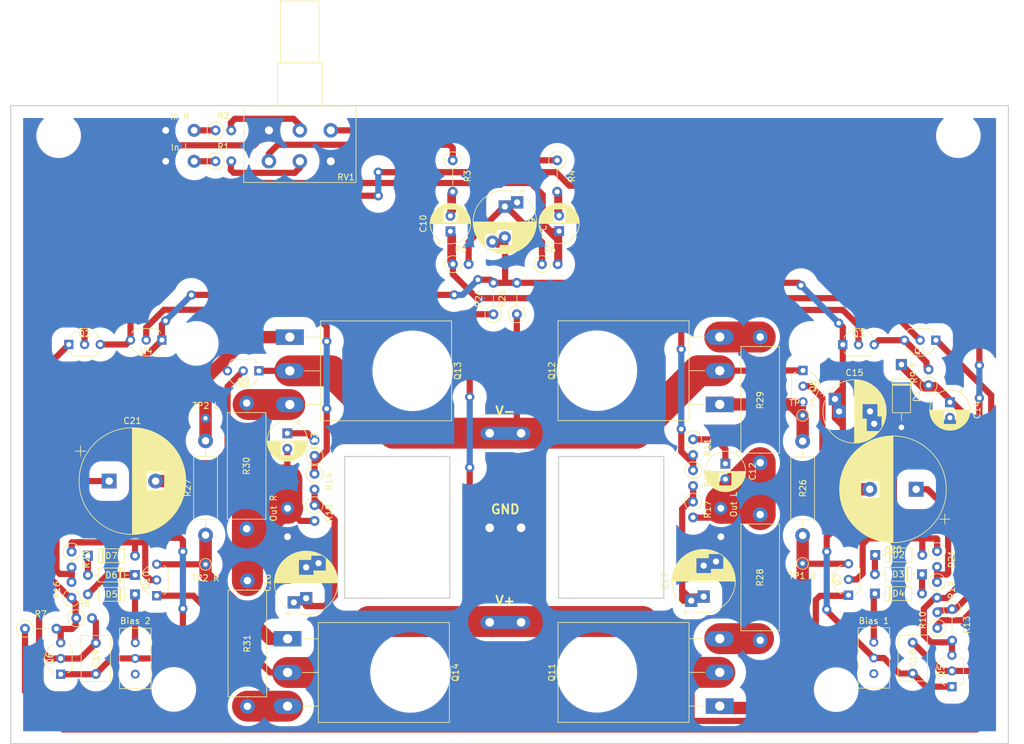
<source format=kicad_pcb>
(kicad_pcb (version 20211014) (generator pcbnew)
  (layers (0 "F.Cu" signal) (31 "B.Cu" signal) (34 "B.Paste" user) (35 "F.Paste" user) (36 "B.SilkS" user "B.Silkscreen") (37 "F.SilkS" user "F.Silkscreen") (38 "B.Mask" user) (39 "F.Mask" user) (44 "Edge.Cuts" user))
  (net 0 "")
  (net 1 "+24V")
  (net 2 "GND")
  (net 3 "-24V")
  (net 4 "Net-(J3-Pad2)")
  (net 5 "Net-(J4-Pad2)")
  (net 6 "Net-(R1-Pad2)")
  (net 7 "Net-(R2-Pad2)")
  (net 8 "Net-(R3-Pad1)")
  (net 9 "In L")
  (net 10 "Net-(R4-Pad1)")
  (net 11 "In R")
  (net 12 "Net-(C9-Pad1)")
  (net 13 "Net-(C10-Pad1)")
  (net 14 "Net-(C11-Pad1)")
  (net 15 "Net-(C11-Pad2)")
  (net 16 "Net-(C12-Pad1)")
  (net 17 "Out L")
  (net 18 "Net-(C13-Pad1)")
  (net 19 "Out R")
  (net 20 "Net-(C14-Pad1)")
  (net 21 "Net-(C16-Pad1)")
  (net 22 "Net-(C17-Pad1)")
  (net 23 "Net-(C18-Pad2)")
  (net 24 "Net-(C19-Pad2)")
  (net 25 "Net-(C20-Pad1)")
  (net 26 "Net-(C21-Pad1)")
  (net 27 "Net-(D2-Pad1)")
  (net 28 "Net-(D2-Pad2)")
  (net 29 "Net-(D3-Pad1)")
  (net 30 "Net-(D4-Pad1)")
  (net 31 "Net-(D5-Pad1)")
  (net 32 "Net-(D5-Pad2)")
  (net 33 "Net-(D6-Pad2)")
  (net 34 "Net-(D7-Pad2)")
  (net 35 "Net-(Q1-Pad3)")
  (net 36 "Net-(Q2-Pad3)")
  (net 37 "Net-(Q3-Pad2)")
  (net 38 "Net-(Q4-Pad2)")
  (net 39 "Net-(Q11-Pad1)")
  (net 40 "Net-(Q12-Pad1)")
  (net 41 "Net-(Q13-Pad1)")
  (net 42 "Net-(Q10-Pad3)")
  (net 43 "Net-(Q11-Pad3)")
  (net 44 "Net-(Q12-Pad3)")
  (net 45 "Net-(Q13-Pad3)")
  (net 46 "Net-(Q14-Pad3)")
  (net 47 "Net-(C18-Pad1)")
  (net 48 "Net-(C19-Pad1)")
  (footprint "Resistor_THT:R_Axial_DIN0207_L6.3mm_D2.5mm_P2.54mm_Vertical" (layer "F.Cu") (at 277.309084 139.25 90)
    (fp_text reference "R9")
    (fp_text value "15K")
  )
  (footprint "Diode_THT:D_DO-35_SOD27_P7.62mm_Horizontal" (layer "F.Cu") (at 141.38845 166.820261)
    (fp_text reference "D7")
    (fp_text value "1N4149")
  )
  (footprint "Connector_Wire:SolderWire-0.5sqmm_1x02_P4.6mm_D0.9mm_OD2.1mm" (layer "F.Cu") (at 153.969511 98.049511)
    (fp_text reference "In R")
    (fp_text value "In R")
  )
  (footprint "Capacitor_THT:CP_Radial_D10.0mm_P5.00mm_P7.50mm" (layer "F.Cu") (at 262.837323 143.49)
    (fp_text reference "C15")
    (fp_text value "220uF/35V")
  )
  (footprint "Resistor_THT:R_Axial_DIN0411_L9.9mm_D3.6mm_P15.24mm_Horizontal" (layer "F.Cu") (at 160.41 163.48 90)
    (fp_text reference "R27")
    (fp_text value "470 3W")
  )
  (footprint "Capacitor_THT:C_Rect_L7.2mm_W4.5mm_P5.00mm_FKS2_FKP2_MKS2_MKP2" (layer "F.Cu") (at 274.75 180.860979 -90)
    (fp_text reference "C18")
    (fp_text value "47pF")
  )
  (footprint "TestPoint:TestPoint_THTPad_D1.5mm_Drill0.7mm" (layer "F.Cu") (at 160.4 168.222917 -90)
    (fp_text reference "TP2 R")
    (fp_text value "TestPoint_THTPad_D1.5mm_Drill0.7mm")
  )
  (footprint "Capacitor_THT:CP_Radial_D6.3mm_P2.50mm" (layer "F.Cu") (at 244.45 151.94 -90)
    (fp_text reference "C12")
    (fp_text value "10uF/35V")
  )
  (footprint "Resistor_THT:R_Axial_DIN0207_L6.3mm_D2.5mm_P2.54mm_Vertical" (layer "F.Cu") (at 278.68 166.09 -90)
    (fp_text reference "R21")
    (fp_text value "2.7K")
  )
  (footprint "Custom Library:Spade Conector 6.3mm TE_1217861" (layer "F.Cu") (at 208.89 177.59)
    (fp_text reference "REF**" hide)
    (fp_text value "Spade Conector 6.3mm TE_1217861" hide)
  )
  (footprint "Resistor_THT:R_Axial_DIN0617_L17.0mm_D6.0mm_P20.32mm_Horizontal" (layer "F.Cu") (at 250.08 180.490979 90)
    (fp_text reference "R28")
    (fp_text value "0.47 3W")
  )
  (footprint "Resistor_THT:R_Axial_DIN0207_L6.3mm_D2.5mm_P5.08mm_Vertical" (layer "F.Cu") (at 200.38 102.896117 -90)
    (fp_text reference "R3")
    (fp_text value "1K")
  )
  (footprint "Capacitor_THT:CP_Radial_D6.3mm_P2.50mm" (layer "F.Cu") (at 280.76 142.007621 -90)
    (fp_text reference "C14")
    (fp_text value "10uF/35V")
  )
  (footprint "Resistor_THT:R_Axial_DIN0207_L6.3mm_D2.5mm_P2.54mm_Vertical" (layer "F.Cu") (at 239.23 148.009852 -90)
    (fp_text reference "R11")
    (fp_text value "82K")
  )
  (footprint "Capacitor_THT:CP_Radial_D6.3mm_P2.50mm" (layer "F.Cu") (at 173.63 147.03 -90)
    (fp_text reference "C13")
    (fp_text value "10uF/35V")
  )
  (footprint "Connector_Wire:SolderWire-0.5sqmm_1x02_P4.6mm_D0.9mm_OD2.1mm" (layer "F.Cu") (at 173.666989 163.75 90)
    (fp_text reference "Out R")
    (fp_text value "Out R")
  )
  (footprint "MountingHole:MountingHole_3.2mm_M3" (layer "F.Cu") (at 158.91163 132.489555)
    (fp_text reference "REF**" hide)
    (fp_text value "MountingHole_3.2mm_M3")
  )
  (footprint "Package_TO_SOT_THT:TO-92_Inline_Wide" (layer "F.Cu") (at 136.992351 185.980261 90)
    (fp_text reference "Q6")
    (fp_text value "BC546")
  )
  (footprint "Potentiometer_THT:Potentiometer_Bourns_3296W_Vertical" (layer "F.Cu") (at 149.045513 180.890261 90)
    (fp_text reference "Bias 2")
    (fp_text value "1508")
  )
  (footprint "Capacitor_THT:CP_Radial_D17.0mm_P7.50mm" (layer "F.Cu") (at 275.3 156.08 180)
    (fp_text reference "C20")
    (fp_text value "47uF/25v")
  )
  (footprint "Resistor_THT:R_Axial_DIN0617_L17.0mm_D6.0mm_P20.32mm_Horizontal" (layer "F.Cu") (at 167.054501 162.458066 90)
    (fp_text reference "R30")
    (fp_text value "0.47 3W")
  )
  (footprint "Resistor_THT:R_Axial_DIN0207_L6.3mm_D2.5mm_P2.54mm_Vertical" (layer "F.Cu") (at 178.03 150.676774 90)
    (fp_text reference "R12")
    (fp_text value "82K")
  )
  (footprint "Capacitor_THT:CP_Radial_D6.3mm_P2.50mm" (layer "F.Cu") (at 217.574059 114.34238 90)
    (fp_text reference "C9")
    (fp_text value "10uF/35V")
  )
  (footprint "Package_TO_SOT_THT:TO-247-3_Horizontal_TabDown" (layer "F.Cu") (at 243.542781 191.130979 90)
    (fp_text reference "Q11")
    (fp_text value "TIP35")
  )
  (footprint "Package_TO_SOT_THT:TO-92_Inline_Wide" (layer "F.Cu") (at 153.35862 131.95026 180)
    (fp_text reference "Q4")
    (fp_text value "BC556")
  )
  (footprint "Diode_THT:D_DO-35_SOD27_P7.62mm_Horizontal" (layer "F.Cu") (at 276.25 169.820979 180)
    (fp_text reference "D3")
    (fp_text value "1N4149")
  )
  (footprint "TestPoint:TestPoint_THTPad_D1.5mm_Drill0.7mm" (layer "F.Cu") (at 256.93 168.065516 -90)
    (fp_text reference "TP1 R")
    (fp_text value "TestPoint_THTPad_D1.5mm_Drill0.7mm")
  )
  (footprint "Resistor_THT:R_Axial_DIN0207_L6.3mm_D2.5mm_P5.08mm_Vertical" (layer "F.Cu") (at 210.74 127.78 90)
    (fp_text reference "R25")
    (fp_text value "82")
  )
  (footprint "Package_TO_SOT_THT:TO-92_Inline_Wide" (layer "F.Cu") (at 264.3625 173.200979 90)
    (fp_text reference "Q7")
    (fp_text value "BC546")
  )
  (footprint "Diode_THT:D_DO-35_SOD27_P7.62mm_Horizontal" (layer "F.Cu") (at 149.00845 173.060261 180)
    (fp_text reference "D5")
    (fp_text value "1N4149")
  )
  (footprint "Package_TO_SOT_THT:TO-92_Inline_Wide" (layer "F.Cu") (at 257 136.87 -90)
    (fp_text reference "Q8")
    (fp_text value "BC556")
  )
  (footprint "Potentiometer_THT:Potentiometer_Alps_RK163_Dual_Horizontal" (layer "F.Cu") (at 180.659511 98.049511 90)
    (fp_text reference "RV1")
    (fp_text value "log 10K")
  )
  (footprint "Resistor_THT:R_Axial_DIN0207_L6.3mm_D2.5mm_P2.54mm_Vertical" (layer "F.Cu") (at 278.715 178.511371 90)
    (fp_text reference "R10")
    (fp_text value "15K")
  )
  (footprint "Resistor_THT:R_Axial_DIN0207_L6.3mm_D2.5mm_P2.54mm_Vertical" (layer "F.Cu") (at 162.025447 103.049511)
    (fp_text reference "R1")
    (fp_text value "3.3K")
  )
  (footprint "Resistor_THT:R_Axial_DIN0207_L6.3mm_D2.5mm_P5.08mm_Vertical" (layer "F.Cu") (at 217.26 102.896117 -90)
    (fp_text reference "R4")
    (fp_text value "1K")
  )
  (footprint "Resistor_THT:R_Axial_DIN0207_L6.3mm_D2.5mm_P2.54mm_Vertical" (layer "F.Cu") (at 138.76 166.165 -90)
    (fp_text reference "R20")
    (fp_text value "2.7K")
  )
  (footprint "Connector_Wire:SolderWire-0.5sqmm_1x02_P4.6mm_D0.9mm_OD2.1mm" (layer "F.Cu") (at 153.969511 103.049511)
    (fp_text reference "In L")
    (fp_text value "In L")
  )
  (footprint "Capacitor_THT:C_Rect_L7.2mm_W4.5mm_P5.00mm_FKS2_FKP2_MKS2_MKP2" (layer "F.Cu") (at 142.673932 180.940261 -90)
    (fp_text reference "C19")
    (fp_text value "47pF")
  )
  (footprint "Diode_THT:D_DO-35_SOD27_P7.62mm_Horizontal" (layer "F.Cu") (at 268.6725 166.700979)
    (fp_text reference "D2")
    (fp_text value "1N4149")
  )
  (footprint "Resistor_THT:R_Axial_DIN0207_L6.3mm_D2.5mm_P2.54mm_Vertical" (layer "F.Cu") (at 214.805 119.68)
    (fp_text reference "R6")
    (fp_text value "56K")
  )
  (footprint "Resistor_THT:R_Axial_DIN0411_L9.9mm_D3.6mm_P15.24mm_Horizontal" (layer "F.Cu") (at 256.95 163.55 90)
    (fp_text reference "R26")
    (fp_text value "470 3W")
  )
  (footprint "Package_TO_SOT_THT:TO-247-3_Horizontal_TabDown" (layer "F.Cu") (at 174.037095 131.479033 -90)
    (fp_text reference "Q13")
    (fp_text value "TIP42")
  )
  (footprint "Capacitor_THT:CP_Radial_D6.3mm_P2.50mm" (layer "F.Cu") (at 199.998349 114.372461 90)
    (fp_text reference "C10")
    (fp_text value "10uF/35V")
  )
  (footprint "Diode_THT:D_DO-35_SOD27_P7.62mm_Horizontal" (layer "F.Cu") (at 268.63 172.940979)
    (fp_text reference "D4")
    (fp_text value "1N4149")
  )
  (footprint "Package_TO_SOT_THT:TO-92_Inline_Wide" (layer "F.Cu") (at 138.308721 132.67026)
    (fp_text reference "Q2")
    (fp_text value "BC556")
  )
  (footprint "Resistor_THT:R_Axial_DIN0207_L6.3mm_D2.5mm_P2.54mm_Vertical" (layer "F.Cu") (at 138.75 173.618719 90)
    (fp_text reference "R16")
    (fp_text value "2.2K")
  )
  (footprint "Custom Library:Spade Conector 6.3mm TE_1217861" (layer "F.Cu") (at 208.89 147.02)
    (fp_text reference "REF**" hide)
    (fp_text value "Spade Conector 6.3mm TE_1217861" hide)
  )
  (footprint "Resistor_THT:R_Axial_DIN0207_L6.3mm_D2.5mm_P2.54mm_Vertical" (layer "F.Cu") (at 178.03 158.655653 -90)
    (fp_text reference "R18")
    (fp_text value "56K")
  )
  (footprint "Resistor_THT:R_Axial_DIN0207_L6.3mm_D2.5mm_P5.08mm_Vertical" (layer "F.Cu") (at 281.11 175.46 -90)
    (fp_text reference "R13")
    (fp_text value "1.5K")
  )
  (footprint "Resistor_THT:R_Axial_DIN0617_L17.0mm_D6.0mm_P20.32mm_Horizontal" (layer "F.Cu") (at 167.177095 191.168066 90)
    (fp_text reference "R31")
    (fp_text value "0.47 3W")
  )
  (footprint "MountingHole:MountingHole_3.2mm_M3" (layer "F.Cu") (at 136.66 98.92)
    (fp_text reference "REF**" hide)
    (fp_text value "MountingHole_3.2mm_M3")
  )
  (footprint "Package_TO_SOT_THT:TO-247-3_Horizontal_TabDown" (layer "F.Cu") (at 173.677095 180.25 -90)
    (fp_text reference "Q14")
    (fp_text value "TIP35")
  )
  (footprint "Potentiometer_THT:Potentiometer_Bourns_3296W_Vertical" (layer "F.Cu") (at 268.455 180.810979 90)
    (fp_text reference "Bias 1")
    (fp_text value "1508")
  )
  (footprint "Resistor_THT:R_Axial_DIN0207_L6.3mm_D2.5mm_P5.08mm_Vertical" (layer "F.Cu") (at 206.95 127.78 90)
    (fp_text reference "R24")
    (fp_text value "82")
  )
  (footprint "Custom Library:Spade Conector 6.3mm TE_1217861" (layer "F.Cu") (at 208.89 162.305)
    (fp_text reference "REF**" hide)
    (fp_text value "Spade Conector 6.3mm TE_1217861" hide)
  )
  (footprint "Resistor_THT:R_Axial_DIN0207_L6.3mm_D2.5mm_P5.08mm_Vertical" (layer "F.Cu") (at 131.22 178.62)
    (fp_text reference "R7")
    (fp_text value "1.5K")
  )
  (footprint "Capacitor_THT:CP_Radial_D17.0mm_P7.50mm" (layer "F.Cu") (at 144.832326 154.755302)
    (fp_text reference "C21")
    (fp_text value "47uF/25v")
  )
  (footprint "" (layer "F.Cu") (at 160.4 144.598461 90)
    (fp_text reference "")
    (fp_text value "")
  )
  (footprint "Package_TO_SOT_THT:TO-247-3_Horizontal_TabDown" (layer "F.Cu") (at 243.542781 142.359045 90)
    (fp_text reference "Q12")
    (fp_text value "TIP42")
  )
  (footprint "Connector_Wire:SolderWire-0.5sqmm_1x02_P4.6mm_D0.9mm_OD2.1mm" (layer "F.Cu") (at 243.722781 163.749045 90)
    (fp_text reference "Out L")
    (fp_text value "Out L")
  )
  (footprint "Capacitor_THT:CP_Radial_D10.0mm_P5.00mm_P7.50mm" (layer "F.Cu") (at 208.79 110.368015 -90)
    (fp_text reference "C11")
    (fp_text value "220uF/35V")
  )
  (footprint "Resistor_THT:R_Axial_DIN0207_L6.3mm_D2.5mm_P2.54mm_Vertical" (layer "F.Cu") (at 239.23 153.000391 -90)
    (fp_text reference "R15")
    (fp_text value "5.6K")
  )
  (footprint "Package_TO_SOT_THT:TO-92_Inline_Wide" (layer "F.Cu") (at 281.09 187.991456 90)
    (fp_text reference "Q5")
    (fp_text value "BC546")
  )
  (footprint "Resistor_THT:R_Axial_DIN0207_L6.3mm_D2.5mm_P2.54mm_Vertical" (layer "F.Cu") (at 178.03 153.58 -90)
    (fp_text reference "R14")
    (fp_text value "5.6K")
  )
  (footprint "Package_TO_SOT_THT:TO-92_Inline_Wide" (layer "F.Cu") (at 152.513034 173.286557 90)
    (fp_text reference "Q10")
    (fp_text value "BC546")
  )
  (footprint "Diode_THT:D_A-405_P10.16mm_Horizontal" (layer "F.Cu") (at 272.92 135.91 -90)
    (fp_text reference "D1")
    (fp_text value "15V")
  )
  (footprint "Resistor_THT:R_Axial_DIN0207_L6.3mm_D2.5mm_P2.54mm_Vertical" (layer "F.Cu") (at 139.51 176.92)
    (fp_text reference "R8")
    (fp_text value "1.5K")
  )
  (footprint "Capacitor_THT:CP_Radial_D10.0mm_P5.00mm_P7.50mm" (layer "F.Cu") (at 240.94 173.428389 90)
    (fp_text reference "C17")
    (fp_text value "100uF/35V")
  )
  (footprint "Diode_THT:D_DO-35_SOD27_P7.62mm_Horizontal" (layer "F.Cu") (at 149.00845 169.940261 180)
    (fp_text reference "D6")
    (fp_text value "1N4149")
  )
  (footprint "TestPoint:TestPoint_THTPad_D1.5mm_Drill0.7mm" (layer "F.Cu") (at 256.95 144.130576 90)
    (fp_text reference "TP1 L")
    (fp_text value "TestPoint_THTPad_D1.5mm_Drill0.7mm")
  )
  (footprint "Resistor_THT:R_Axial_DIN0207_L6.3mm_D2.5mm_P2.54mm_Vertical" (layer "F.Cu") (at 162.025447 98.049511)
    (fp_text reference "R2")
    (fp_text value "3.3K")
  )
  (footprint "Package_TO_SOT_THT:TO-92_Inline_Wide" (layer "F.Cu") (at 169.04 136.929033 180)
    (fp_text reference "Q9")
    (fp_text value "BC556")
  )
  (footprint "MountingHole:MountingHole_3.2mm_M3" (layer "F.Cu") (at 262.37 188.482985)
    (fp_text reference "REF**" hide)
    (fp_text value "MountingHole_3.2mm_M3")
  )
  (footprint "MountingHole:MountingHole_3.2mm_M3" (layer "F.Cu") (at 282.12 98.92)
    (fp_text reference "REF**" hide)
    (fp_text value "MountingHole_3.2mm_M3")
  )
  (footprint "Resistor_THT:R_Axial_DIN0207_L6.3mm_D2.5mm_P2.54mm_Vertical" (layer "F.Cu") (at 239.23 158.085939 -90)
    (fp_text reference "R17")
    (fp_text value "56K")
  )
  (footprint "Resistor_THT:R_Axial_DIN0207_L6.3mm_D2.5mm_P2.54mm_Vertical" (layer "F.Cu") (at 200.41 119.68)
    (fp_text reference "R5")
    (fp_text value "56K")
  )
  (footprint "Resistor_THT:R_Axial_DIN0207_L6.3mm_D2.5mm_P2.54mm_Vertical" (layer "F.Cu") (at 278.67 171.083234 -90)
    (fp_text reference "R19")
    (fp_text value "2.2K")
  )
  (footprint "Capacitor_THT:CP_Radial_D10.0mm_P5.00mm_P7.50mm" (layer "F.Cu") (at 176.676116 173.700065 90)
    (fp_text reference "C16")
    (fp_text value "100uF/35V")
  )
  (footprint "Resistor_THT:R_Axial_DIN0617_L17.0mm_D6.0mm_P20.32mm_Horizontal" (layer "F.Cu") (at 250.08 151.780979 90)
    (fp_text reference "R29")
    (fp_text value "0.47 3W")
  )
  (footprint "Package_TO_SOT_THT:TO-92_Inline_Wide" (layer "F.Cu") (at 263.44 132.700979)
    (fp_text reference "Q3")
    (fp_text value "BC556")
  )
  (footprint "MountingHole:MountingHole_3.2mm_M3" (layer "F.Cu") (at 258.3 132.489555)
    (fp_text reference "REF**" hide)
    (fp_text value "MountingHole_3.2mm_M3")
  )
  (footprint "MountingHole:MountingHole_3.2mm_M3" (layer "F.Cu") (at 155.278401 188.44)
    (fp_text reference "REF**" hide)
    (fp_text value "MountingHole_3.2mm_M3")
  )
  (footprint "Package_TO_SOT_THT:TO-92_Inline_Wide" (layer "F.Cu") (at 278.489899 131.980979 180)
    (fp_text reference "Q1")
    (fp_text value "BC556")
  )
  (gr_rect locked (start 182.89 150.79) (end 199.91 173.69) (layer "Edge.Cuts") (width 0.2) (fill none))
  (gr_rect locked (start 217.48 150.79) (end 234.5 173.69) (layer "Edge.Cuts") (width 0.2) (fill none))
  (gr_rect (start 128.916875 197.21) (end 290.216875 94.05) (layer "Edge.Cuts") (width 0.2) (fill none))
  (gr_text "TP2 L" (at 160.44 142.565491) (layer "F.SilkS") (effects (font (size 1 1))))
  (gr_text "V+\n" (at 208.8725 174.11) (layer "F.SilkS") (effects (font (size 1.5 1.5) (thickness 0.3))))
  (gr_text "GND\n" (at 208.8725 159.32) (layer "F.SilkS") (effects (font (size 1.5 1.5) (thickness 0.3))))
  (gr_text "V-\n" (at 208.8725 143.47) (layer "F.SilkS") (effects (font (size 1.5 1.5) (thickness 0.3))))
  (segment (start 259.08 173.98) (end 259.7525 173.3075) (width 1) (layer "F.Cu") (net 1))
  (segment locked (start 231.04 177.46) (end 239.260979 185.680979) (width 5) (layer "F.Cu") (net 1))
  (segment (start 259.08 185.1) (end 259.08 173.98) (width 1) (layer "F.Cu") (net 1))
  (segment locked (start 264.3625 173.200979) (end 264.3625 173.3075) (width 1) (layer "F.Cu") (net 1))
  (segment locked (start 250.65 193.53) (end 239.32 193.53) (width 1) (layer "F.Cu") (net 1))
  (segment locked (start 238.99 185.951958) (end 239.260979 185.680979) (width 1) (layer "F.Cu") (net 1))
  (segment (start 152.513034 173.286557) (end 158.446557 173.286557) (width 1) (layer "F.Cu") (net 1))
  (segment locked (start 203.12 152.55) (end 203.12 177.14) (width 1) (layer "F.Cu") (net 1))
  (segment locked (start 238.99 193.2) (end 238.99 185.951958) (width 1) (layer "F.Cu") (net 1))
  (segment (start 260.4925 173.3075) (end 264.3625 173.3075) (width 1) (layer "F.Cu") (net 1))
  (segment locked (start 203.97 127.78) (end 203.12 128.63) (width 1) (layer "F.Cu") (net 1))
  (segment locked (start 239.260979 185.680979) (end 243.542781 185.680979) (width 5) (layer "F.Cu") (net 1))
  (segment locked (start 203.12 177.14) (end 202.8 177.46) (width 1) (layer "F.Cu") (net 1))
  (segment (start 259.7525 173.3075) (end 264.3625 173.3075) (width 1) (layer "F.Cu") (net 1))
  (segment (start 259.08 185.1) (end 250.65 193.53) (width 1) (layer "F.Cu") (net 1))
  (segment locked (start 206.95 127.78) (end 203.97 127.78) (width 1) (layer "F.Cu") (net 1))
  (segment locked (start 206.950833 177.059167) (end 206.55 177.46) (width 1) (layer "F.Cu") (net 1))
  (segment locked (start 203.12 128.63) (end 203.12 141.16) (width 1) (layer "F.Cu") (net 1))
  (segment (start 170.86 185.7) (end 173.677095 185.7) (width 1) (layer "F.Cu") (net 1))
  (segment locked (start 186.83 177.46) (end 202.8 177.46) (width 5) (layer "F.Cu") (net 1))
  (segment locked (start 202.8 177.46) (end 206.55 177.46) (width 5) (layer "F.Cu") (net 1))
  (segment locked (start 206.55 177.46) (end 231.04 177.46) (width 5) (layer "F.Cu") (net 1))
  (segment locked (start 178.59 185.7) (end 186.83 177.46) (width 5) (layer "F.Cu") (net 1))
  (segment locked (start 239.32 193.53) (end 238.99 193.2) (width 1) (layer "F.Cu") (net 1))
  (segment locked (start 173.677095 185.7) (end 178.59 185.7) (width 5) (layer "F.Cu") (net 1))
  (segment (start 158.446557 173.286557) (end 170.86 185.7) (width 1) (layer "F.Cu") (net 1))
  (via (at 203.12 152.55) (size 1.5) (drill 0.75) (layers "F.Cu" "B.Cu") (net 1))
  (via (at 203.12 141.16) (size 1.5) (drill 0.75) (layers "F.Cu" "B.Cu") (net 1))
  (segment locked (start 203.12 141.16) (end 203.12 152.55) (width 1) (layer "B.Cu") (net 1))
  (segment (start 170.659511 98.049511) (end 168.239022 100.47) (width 1) (layer "F.Cu") (net 2))
  (segment locked (start 240.97 168.390979) (end 240.97 166.501826) (width 2) (layer "F.Cu") (net 2))
  (segment (start 177.331206 166.683011) (end 178.676116 168.027921) (width 2) (layer "F.Cu") (net 2))
  (segment (start 176.6 166.683011) (end 177.331206 166.683011) (width 2) (layer "F.Cu") (net 2))
  (segment (start 153.969511 98.049511) (end 153.969511 101.109511) (width 1) (layer "F.Cu") (net 2))
  (segment (start 154.86 100.47) (end 153.969511 99.579511) (width 1) (layer "F.Cu") (net 2))
  (segment (start 153.969511 101.109511) (end 153.969511 103.049511) (width 1) (layer "F.Cu") (net 2))
  (segment (start 153.969511 99.579511) (end 153.969511 98.049511) (width 1) (layer "F.Cu") (net 2))
  (segment (start 178.676116 168.027921) (end 177.94491 168.027921) (width 2) (layer "F.Cu") (net 2))
  (segment (start 241.415913 166.055913) (end 243.722781 163.749045) (width 2) (layer "F.Cu") (net 2))
  (segment (start 241.415913 166.232158) (end 241.415913 166.055913) (width 1) (layer "F.Cu") (net 2))
  (segment (start 168.239022 100.47) (end 154.86 100.47) (width 1) (layer "F.Cu") (net 2))
  (segment (start 154.86 100.47) (end 154.609022 100.47) (width 1) (layer "F.Cu") (net 2))
  (segment (start 177.94491 168.027921) (end 173.666989 163.75) (width 2) (layer "F.Cu") (net 2))
  (segment locked (start 176.6 168.37) (end 176.6 166.683011) (width 2) (layer "F.Cu") (net 2))
  (segment (start 240.97 166.501826) (end 241.415913 166.055913) (width 2) (layer "F.Cu") (net 2))
  (segment (start 154.609022 100.47) (end 153.969511 101.109511) (width 1) (layer "F.Cu") (net 2))
  (segment locked (start 176.6 166.683011) (end 173.666989 163.75) (width 2) (layer "F.Cu") (net 2))
  (segment (start 242.94 167.756245) (end 241.415913 166.232158) (width 1) (layer "F.Cu") (net 2))
  (segment locked (start 210.74 127.78) (end 210.74 146.33) (width 1) (layer "F.Cu") (net 3))
  (segment locked (start 180.720967 136.929033) (end 174.037095 136.929033) (width 5) (layer "F.Cu") (net 3))
  (segment locked (start 210.74 146.33) (end 211.43 147.02) (width 1) (layer "F.Cu") (net 3))
  (segment (start 251.050955 136.909045) (end 252.752173 136.909045) (width 1) (layer "F.Cu") (net 3))
  (segment locked (start 210.740833 146.340833) (end 211.42 147.02) (width 1) (layer "F.Cu") (net 3))
  (segment (start 243.542781 136.909045) (end 251.050955 136.909045) (width 1) (layer "F.Cu") (net 3))
  (segment locked (start 229.992804 147.01) (end 240.093759 136.909045) (width 5) (layer "F.Cu") (net 3))
  (segment locked (start 197.13 147.01) (end 229.992804 147.01) (width 5) (layer "F.Cu") (net 3))
  (segment locked (start 169.04 136.929033) (end 174.037095 136.929033) (width 1) (layer "F.Cu") (net 3))
  (segment locked (start 190.801934 147.01) (end 197.13 147.01) (width 5) (layer "F.Cu") (net 3))
  (segment locked (start 240.093759 136.909045) (end 243.542781 136.909045) (width 5) (layer "F.Cu") (net 3))
  (segment (start 251.050955 136.909045) (end 251.09 136.87) (width 1) (layer "F.Cu") (net 3))
  (segment (start 251.09 136.87) (end 257 136.87) (width 1) (layer "F.Cu") (net 3))
  (segment locked (start 180.720967 136.929033) (end 190.801934 147.01) (width 5) (layer "F.Cu") (net 3))
  (segment locked (start 210.910479 147.710479) (end 210.21 147.01) (width 1) (layer "B.Cu") (net 3))
  (segment locked (start 158.569511 103.049511) (end 161.577011 103.049511) (width 1) (layer "F.Cu") (net 4))
  (segment locked (start 158.569511 98.049511) (end 161.577011 98.049511) (width 1) (layer "F.Cu") (net 5))
  (segment locked (start 164.502011 104.462011) (end 164.502011 103.049511) (width 1) (layer "F.Cu") (net 6))
  (segment locked (start 164.959022 104.919022) (end 164.502011 104.462011) (width 1) (layer "F.Cu") (net 6))
  (segment locked (start 175.659511 104.089511) (end 174.83 104.919022) (width 1) (layer "F.Cu") (net 6))
  (segment locked (start 175.659511 103.049511) (end 175.659511 104.089511) (width 1) (layer "F.Cu") (net 6))
  (segment locked (start 174.83 104.919022) (end 164.959022 104.919022) (width 1) (layer "F.Cu") (net 6))
  (segment locked (start 165.149022 96.18) (end 164.502011 96.827011) (width 1) (layer "F.Cu") (net 7))
  (segment locked (start 174.64 96.18) (end 165.149022 96.18) (width 1) (layer "F.Cu") (net 7))
  (segment locked (start 175.659511 97.199511) (end 174.64 96.18) (width 1) (layer "F.Cu") (net 7))
  (segment locked (start 175.659511 98.049511) (end 175.659511 97.199511) (width 1) (layer "F.Cu") (net 7))
  (segment locked (start 164.502011 96.827011) (end 164.502011 98.049511) (width 1) (layer "F.Cu") (net 7))
  (segment locked (start 200.38 100.89) (end 200.38 102.896117) (width 1) (layer "F.Cu") (net 8))
  (segment locked (start 195.62 100.38) (end 194.91 100.38) (width 1) (layer "F.Cu") (net 8))
  (segment locked (start 194.91 100.38) (end 199.87 100.38) (width 1) (layer "F.Cu") (net 8))
  (segment locked (start 194.91 100.38) (end 172.089022 100.38) (width 1) (layer "F.Cu") (net 8))
  (segment locked (start 170.659511 101.809511) (end 171.289022 101.18) (width 1) (layer "F.Cu") (net 8))
  (segment locked (start 170.659511 103.049511) (end 170.659511 101.809511) (width 1) (layer "F.Cu") (net 8))
  (segment locked (start 172.089022 100.38) (end 170.659511 101.809511) (width 1) (layer "F.Cu") (net 8))
  (segment locked (start 199.87 100.38) (end 200.38 100.89) (width 1) (layer "F.Cu") (net 8))
  (segment locked (start 200.415001 108.06644) (end 200.414394 108.065833) (width 1) (layer "F.Cu") (net 9))
  (segment locked (start 199.998349 111.872461) (end 199.998349 108.357768) (width 1) (layer "F.Cu") (net 9))
  (segment locked (start 199.998349 108.357768) (end 200.38 107.976117) (width 1) (layer "F.Cu") (net 9))
  (segment locked (start 200.415001 111.083333) (end 200.415001 108.06644) (width 1) (layer "F.Cu") (net 9))
  (segment locked (start 187.061437 98.049511) (end 187.080604 98.068678) (width 1) (layer "F.Cu") (net 10))
  (segment locked (start 180.659511 98.049511) (end 187.061437 98.049511) (width 1) (layer "F.Cu") (net 10))
  (segment locked (start 208.699511 98.049511) (end 213.546117 102.896117) (width 1) (layer "F.Cu") (net 10))
  (segment locked (start 213.546117 102.896117) (end 217.26 102.896117) (width 1) (layer "F.Cu") (net 10))
  (segment locked (start 187.061437 98.049511) (end 208.699511 98.049511) (width 1) (layer "F.Cu") (net 10))
  (segment locked (start 217.574059 108.290176) (end 217.26 107.976117) (width 1) (layer "F.Cu") (net 11))
  (segment locked (start 217.276666 108.095833) (end 217.266666 108.085833) (width 1) (layer "F.Cu") (net 11))
  (segment locked (start 217.276666 111.083333) (end 217.276666 108.095833) (width 1) (layer "F.Cu") (net 11))
  (segment locked (start 217.574059 111.84238) (end 217.574059 108.290176) (width 1) (layer "F.Cu") (net 11))
  (segment locked (start 217.574059 119.450941) (end 217.345 119.68) (width 1) (layer "F.Cu") (net 12))
  (segment locked (start 213.01 106.56) (end 214.915 108.465) (width 1) (layer "F.Cu") (net 12))
  (segment locked (start 217.574059 114.34238) (end 217.574059 119.450941) (width 1) (layer "F.Cu") (net 12))
  (segment locked (start 140.848721 132.67026) (end 140.848721 128.061279) (width 1) (layer "F.Cu") (net 12))
  (segment locked (start 217.574059 114.34238) (end 216.23238 114.34238) (width 1) (layer "F.Cu") (net 12))
  (segment locked (start 217.276666 118.970833) (end 217.279166 118.973333) (width 1) (layer "F.Cu") (net 12))
  (segment locked (start 216.23238 114.34238) (end 214.915 113.025) (width 1) (layer "F.Cu") (net 12))
  (segment locked (start 162.35 106.56) (end 213.01 106.56) (width 1) (layer "F.Cu") (net 12))
  (segment locked (start 140.848721 128.061279) (end 162.35 106.56) (width 1) (layer "F.Cu") (net 12))
  (segment locked (start 214.915 113.025) (end 214.915 113.365) (width 1) (layer "F.Cu") (net 12))
  (segment locked (start 217.033333 115.483333) (end 217.276666 115.483333) (width 1) (layer "F.Cu") (net 12))
  (segment locked (start 217.276666 115.483333) (end 217.276666 118.970833) (width 1) (layer "F.Cu") (net 12))
  (segment locked (start 214.915 113.365) (end 217.033333 115.483333) (width 1) (layer "F.Cu") (net 12))
  (segment locked (start 214.915 108.465) (end 214.915 113.025) (width 1) (layer "F.Cu") (net 12))
  (segment locked (start 200.415001 115.035001) (end 200.415001 115.483333) (width 1) (layer "F.Cu") (net 13))
  (segment locked (start 204.28 125.18) (end 269.14892 125.18) (width 1) (layer "F.Cu") (net 13))
  (segment locked (start 200.415001 118.960226) (end 200.401894 118.973333) (width 1) (layer "F.Cu") (net 13))
  (segment locked (start 200.401894 121.301894) (end 204.28 125.18) (width 1) (layer "F.Cu") (net 13))
  (segment locked (start 200.401894 118.973333) (end 200.401894 121.301894) (width 1) (layer "F.Cu") (net 13))
  (segment locked (start 269.14892 125.18) (end 275.949899 131.980979) (width 1) (layer "F.Cu") (net 13))
  (segment locked (start 199.998349 119.268349) (end 200.41 119.68) (width 1) (layer "F.Cu") (net 13))
  (segment locked (start 200.415001 115.483333) (end 200.415001 118.960226) (width 1) (layer "F.Cu") (net 13))
  (segment locked (start 199.998349 114.372461) (end 199.998349 119.268349) (width 1) (layer "F.Cu") (net 13))
  (segment locked (start 214.805 116.135) (end 213.98 115.31) (width 1) (layer "F.Cu") (net 14))
  (segment locked (start 203.326894 115.694772) (end 203.945833 115.075833) (width 1) (layer "F.Cu") (net 14))
  (segment locked (start 214.354166 115.684166) (end 213.98 115.31) (width 1) (layer "F.Cu") (net 14))
  (segment locked (start 202.95 119.68) (end 202.95 116.071666) (width 1) (layer "F.Cu") (net 14))
  (segment locked (start 213.98 115.31) (end 208.845833 110.175833) (width 1) (layer "F.Cu") (net 14))
  (segment locked (start 202.95 116.071666) (end 203.945833 115.075833) (width 1) (layer "F.Cu") (net 14))
  (segment locked (start 214.805 119.68) (end 214.805 116.135) (width 1) (layer "F.Cu") (net 14))
  (segment locked (start 203.945833 115.075833) (end 208.845833 110.175833) (width 1) (layer "F.Cu") (net 14))
  (segment locked (start 136.992351 179.155517) (end 136.499595 178.662761) (width 1) (layer "F.Cu") (net 15))
  (segment locked (start 263.44 138.1) (end 263.44 139.66) (width 1) (layer "F.Cu") (net 15))
  (segment locked (start 278.27 173.660979) (end 278.69 173.660979) (width 1) (layer "F.Cu") (net 15))
  (segment locked (start 134.707095 140.310261) (end 134.707095 169.851406) (width 1) (layer "F.Cu") (net 15))
  (segment locked (start 204.43 122.2) (end 206.45 122.2) (width 1) (layer "F.Cu") (net 15))
  (segment locked (start 208.5325 122.6975) (end 206.950833 122.6975) (width 1) (layer "F.Cu") (net 15))
  (segment locked (start 153.35862 129.43138) (end 153.95 128.84) (width 1) (layer "F.Cu") (net 15))
  (segment locked (start 158.115 124.675) (end 158.14 124.65) (width 1) (layer "F.Cu") (net 15))
  (segment locked (start 208.845833 115.423848) (end 208.79 115.368015) (width 1) (layer "F.Cu") (net 15))
  (segment locked (start 208.845833 121.084167) (end 208.845833 122.384167) (width 1) (layer "F.Cu") (net 15))
  (segment locked (start 210.740833 122.6975) (end 208.5325 122.6975) (width 1) (layer "F.Cu") (net 15))
  (segment locked (start 134.707095 169.851406) (end 139.412155 174.556466) (width 1) (layer "F.Cu") (net 15))
  (segment locked (start 139.412155 178.075201) (end 139.412155 174.556466) (width 1) (layer "F.Cu") (net 15))
  (segment locked (start 136.827095 138.190261) (end 134.707095 140.310261) (width 1) (layer "F.Cu") (net 15))
  (segment locked (start 153.35862 131.95026) (end 147.118619 138.190261) (width 1) (layer "F.Cu") (net 15))
  (segment locked (start 158.14 124.65) (end 200.61 124.65) (width 1) (layer "F.Cu") (net 15))
  (segment locked (start 263.44 145.63) (end 263.44 147.290978) (width 1) (layer "F.Cu") (net 15))
  (segment locked (start 277.71 180.820979) (end 276.54 179.650979) (width 1) (layer "F.Cu") (net 15))
  (segment locked (start 206.45 122.2) (end 206.95 122.7) (width 1) (layer "F.Cu") (net 15))
  (segment locked (start 282.35 150.440979) (end 282.35 171.520979) (width 1) (layer "F.Cu") (net 15))
  (segment locked (start 208.845833 121.084167) (end 208.845833 116.374167) (width 1) (layer "F.Cu") (net 15))
  (segment locked (start 206.79 116.040159) (end 208.117856 116.040159) (width 1) (layer "F.Cu") (net 15))
  (segment locked (start 281.095 180.820979) (end 277.71 180.820979) (width 1) (layer "F.Cu") (net 15))
  (segment locked (start 208.845833 116.374167) (end 208.845833 115.423848) (width 1) (layer "F.Cu") (net 15))
  (segment locked (start 137.837635 178.662761) (end 138.824595 178.662761) (width 1) (layer "F.Cu") (net 15))
  (segment locked (start 136.992351 180.900261) (end 136.992351 179.155517) (width 1) (layer "F.Cu") (net 15))
  (segment locked (start 208.845833 116.374167) (end 207.785833 116.374167) (width 1) (layer "F.Cu") (net 15))
  (segment locked (start 282.35 171.520979) (end 280.21 173.660979) (width 1) (layer "F.Cu") (net 15))
  (segment locked (start 263.44 129.868334) (end 262.780833 129.209167) (width 1) (layer "F.Cu") (net 15))
  (segment locked (start 262.165179 141.49) (end 262.165179 144.545179) (width 1) (layer "F.Cu") (net 15))
  (segment locked (start 263.44 132.700979) (end 263.44 129.868334) (width 1) (layer "F.Cu") (net 15))
  (segment locked (start 276.54 175.390979) (end 278.27 173.660979) (width 1) (layer "F.Cu") (net 15))
  (segment locked (start 263.44 132.700979) (end 263.44 138.1) (width 1) (layer "F.Cu") (net 15))
  (segment locked (start 206.79 116.040159) (end 207.120159 116.040159) (width 1) (layer "F.Cu") (net 15))
  (segment locked (start 136.499595 178.662761) (end 137.837635 178.662761) (width 1) (layer "F.Cu") (net 15))
  (segment locked (start 263.44 147.290978) (end 264.749511 148.600489) (width 1) (layer "F.Cu") (net 15))
  (segment locked (start 262.165179 144.545179) (end 263.25 145.63) (width 1) (layer "F.Cu") (net 15))
  (segment locked (start 208.845833 122.384167) (end 208.5325 122.6975) (width 1) (layer "F.Cu") (net 15))
  (segment locked (start 280.21 173.660979) (end 278.69 173.660979) (width 1) (layer "F.Cu") (net 15))
  (segment locked (start 208.117856 116.040159) (end 208.79 115.368015) (width 1) (layer "F.Cu") (net 15))
  (segment locked (start 262.165179 141.49) (end 262.165179 140.934821) (width 1) (layer "F.Cu") (net 15))
  (segment locked (start 256.27 122.7) (end 256.78 123.21) (width 1) (layer "F.Cu") (net 15))
  (segment locked (start 281.09 180.56) (end 281.11 180.54) (width 1) (layer "F.Cu") (net 15))
  (segment locked (start 207.785833 116.374167) (end 207.62 116.54) (width 1) (layer "F.Cu") (net 15))
  (segment locked (start 281.09 182.911456) (end 281.09 180.56) (width 1) (layer "F.Cu") (net 15))
  (segment locked (start 262.165179 140.934821) (end 263.44 139.66) (width 1) (layer "F.Cu") (net 15))
  (segment locked (start 210.74 122.7) (end 256.27 122.7) (width 1) (layer "F.Cu") (net 15))
  (segment locked (start 276.54 179.650979) (end 276.54 175.390979) (width 1) (layer "F.Cu") (net 15))
  (segment locked (start 263.44 139.66) (end 263.44 145.63) (width 1) (layer "F.Cu") (net 15))
  (segment locked (start 281.32 149.410979) (end 282.35 150.440979) (width 1) (layer "F.Cu") (net 15))
  (segment locked (start 264.749511 148.600489) (end 265.56 149.410979) (width 1) (layer "F.Cu") (net 15))
  (segment locked (start 138.824595 178.662761) (end 139.412155 178.075201) (width 1) (layer "F.Cu") (net 15))
  (segment locked (start 147.118619 138.190261) (end 136.827095 138.190261) (width 1) (layer "F.Cu") (net 15))
  (segment locked (start 139.412155 174.556466) (end 138.77845 173.922761) (width 1) (layer "F.Cu") (net 15))
  (segment locked (start 263.25 145.63) (end 263.44 145.63) (width 1) (layer "F.Cu") (net 15))
  (segment locked (start 265.56 149.410979) (end 281.32 149.410979) (width 1) (layer "F.Cu") (net 15))
  (segment locked (start 263.61 147.460979) (end 264.749511 148.600489) (width 1) (layer "F.Cu") (net 15))
  (segment locked (start 207.120159 116.040159) (end 207.62 116.54) (width 1) (layer "F.Cu") (net 15))
  (segment locked (start 153.35862 131.95026) (end 153.35862 129.43138) (width 1) (layer "F.Cu") (net 15))
  (via locked (at 204.43 122.2) (size 1.5) (drill 0.75) (layers "F.Cu" "B.Cu") (net 15))
  (via locked (at 262.780833 129.209167) (size 1.5) (drill 0.75) (layers "F.Cu" "B.Cu") (net 15))
  (via locked (at 153.95 128.84) (size 1.5) (drill 0.75) (layers "F.Cu" "B.Cu") (net 15))
  (via locked (at 200.61 124.65) (size 1.5) (drill 0.75) (layers "F.Cu" "B.Cu") (net 15))
  (via locked (at 158.115 124.675) (size 1.5) (drill 0.75) (layers "F.Cu" "B.Cu") (net 15))
  (via locked (at 256.685833 123.114167) (size 1.5) (drill 0.75) (layers "F.Cu" "B.Cu") (net 15))
  (segment locked (start 201.98 124.65) (end 204.43 122.2) (width 1) (layer "B.Cu") (net 15))
  (segment locked (start 262.780833 129.209167) (end 256.685833 123.114167) (width 1) (layer "B.Cu") (net 15))
  (segment locked (start 200.61 124.65) (end 201.98 124.65) (width 1) (layer "B.Cu") (net 15))
  (segment locked (start 153.95 128.84) (end 158.115 124.675) (width 1) (layer "B.Cu") (net 15))
  (segment locked (start 242.869852 148.009852) (end 239.23 148.009852) (width 1) (layer "F.Cu") (net 16))
  (segment locked (start 244.45 151.94) (end 244.45 149.59) (width 1) (layer "F.Cu") (net 16))
  (segment locked (start 244.45 149.59) (end 242.869852 148.009852) (width 1) (layer "F.Cu") (net 16))
  (segment locked (start 239.24 160.658783) (end 242.213043 160.658783) (width 1) (layer "F.Cu") (net 17))
  (segment locked (start 249.058066 159.149045) (end 243.722781 159.149045) (width 5) (layer "F.Cu") (net 17))
  (segment locked (start 243.722781 159.149045) (end 243.722781 158.138198) (width 5) (layer "F.Cu") (net 17))
  (segment locked (start 242.213043 160.658783) (end 243.722781 159.149045) (width 1) (layer "F.Cu") (net 17))
  (segment locked (start 250.08 156.030979) (end 250.08 158.440979) (width 5) (layer "F.Cu") (net 17))
  (segment locked (start 250.08 158.440979) (end 250.08 160.170979) (width 5) (layer "F.Cu") (net 17))
  (segment locked (start 267.8 156.08) (end 250.129021 156.08) (width 2) (layer "F.Cu") (net 17))
  (segment locked (start 250.129021 156.08) (end 250.08 156.030979) (width 2) (layer "F.Cu") (net 17))
  (segment locked (start 250.08 151.780979) (end 250.08 156.030979) (width 5) (layer "F.Cu") (net 17))
  (segment locked (start 243.722781 158.138198) (end 250.08 151.780979) (width 5) (layer "F.Cu") (net 17))
  (segment locked (start 250.08 160.170979) (end 249.058066 159.149045) (width 5) (layer "F.Cu") (net 17))
  (segment locked (start 243.722781 157.41376) (end 243.722781 158.138198) (width 1) (layer "F.Cu") (net 17))
  (segment locked (start 173.63 147.03) (end 176.923226 147.03) (width 1) (layer "F.Cu") (net 18))
  (segment locked (start 176.923226 147.03) (end 178.03 148.136774) (width 1) (layer "F.Cu") (net 18))
  (segment locked (start 178.037095 148.030261) (end 178.037095 148.027154) (width 1) (layer "F.Cu") (net 18))
  (segment locked (start 167.177095 170.848066) (end 167.177095 164.15497) (width 5) (layer "F.Cu") (net 19))
  (segment locked (start 175.712642 161.195653) (end 173.666989 159.15) (width 1) (layer "F.Cu") (net 19))
  (segment locked (start 178.03 161.195653) (end 175.712642 161.195653) (width 1) (layer "F.Cu") (net 19))
  (segment locked (start 167.177095 164.15497) (end 172.182065 159.15) (width 5) (layer "F.Cu") (net 19))
  (segment locked (start 166.714331 154.755302) (end 167.177095 155.218066) (width 2) (layer "F.Cu") (net 19))
  (segment locked (start 173.63 159.113011) (end 173.666989 159.15) (width 1) (layer "F.Cu") (net 19))
  (segment locked (start 173.56 154.57) (end 167.825161 154.57) (width 5) (layer "F.Cu") (net 19))
  (segment locked (start 167.825161 154.57) (end 167.177095 155.218066) (width 5) (layer "F.Cu") (net 19))
  (segment locked (start 173.56 159.043011) (end 173.666989 159.15) (width 5) (layer "F.Cu") (net 19))
  (segment locked (start 167.177095 155.218066) (end 171.109029 159.15) (width 5) (layer "F.Cu") (net 19))
  (segment locked (start 167.177095 155.218066) (end 167.177095 170.848066) (width 5) (layer "F.Cu") (net 19))
  (segment locked (start 172.182065 159.15) (end 173.666989 159.15) (width 5) (layer "F.Cu") (net 19))
  (segment locked (start 152.332326 154.755302) (end 166.714331 154.755302) (width 2) (layer "F.Cu") (net 19))
  (segment locked (start 173.63 149.53) (end 173.63 159.113011) (width 1) (layer "F.Cu") (net 19))
  (segment locked (start 173.56 154.57) (end 173.56 159.043011) (width 5) (layer "F.Cu") (net 19))
  (segment locked (start 171.109029 159.15) (end 172.182065 159.15) (width 5) (layer "F.Cu") (net 19))
  (segment locked (start 278.409021 139.25) (end 279.99 140.830979) (width 1) (layer "F.Cu") (net 20))
  (segment locked (start 281.115 175.658479) (end 278.715 175.658479) (width 1) (layer "F.Cu") (net 20))
  (segment locked (start 276.41 139.783479) (end 274.7175 138.090979) (width 1) (layer "F.Cu") (net 20))
  (segment locked (start 275.508261 138.881739) (end 274.7175 138.090979) (width 1) (layer "F.Cu") (net 20))
  (segment locked (start 272.92 136.293478) (end 272.92 135.91) (width 1) (layer "F.Cu") (net 20))
  (segment locked (start 278.9425 139.783479) (end 279.99 140.830979) (width 1) (layer "F.Cu") (net 20))
  (segment locked (start 283.58 144.420979) (end 283.58 173.530979) (width 1) (layer "F.Cu") (net 20))
  (segment locked (start 276.41 139.783479) (end 278.9425 139.783479) (width 1) (layer "F.Cu") (net 20))
  (segment locked (start 281.4525 175.658479) (end 281.115 175.658479) (width 1) (layer "F.Cu") (net 20))
  (segment locked (start 277.309084 139.25) (end 275.876521 139.25) (width 1) (layer "F.Cu") (net 20))
  (segment locked (start 272.92 135.91) (end 276.41 139.4) (width 1) (layer "F.Cu") (net 20))
  (segment locked (start 277.309084 139.25) (end 278.409021 139.25) (width 1) (layer "F.Cu") (net 20))
  (segment locked (start 275.876521 139.25) (end 275.508261 138.881739) (width 1) (layer "F.Cu") (net 20))
  (segment locked (start 275.508261 138.881739) (end 272.92 136.293478) (width 1) (layer "F.Cu") (net 20))
  (segment locked (start 276.41 139.4) (end 276.41 139.783479) (width 1) (layer "F.Cu") (net 20))
  (segment locked (start 283.58 173.530979) (end 281.4525 175.658479) (width 1) (layer "F.Cu") (net 20))
  (segment locked (start 279.99 140.830979) (end 283.58 144.420979) (width 1) (layer "F.Cu") (net 20))
  (segment (start 181.29 173.32) (end 181.29 161.050666) (width 1) (layer "F.Cu") (net 21))
  (segment (start 178.509739 174.960261) (end 179.137095 174.960261) (width 1) (layer "F.Cu") (net 21))
  (segment (start 181.29 161.050666) (end 178.569667 158.330333) (width 1) (layer "F.Cu") (net 21))
  (segment (start 178.569667 158.330333) (end 180.007095 159.767761) (width 1) (layer "F.Cu") (net 21))
  (segment (start 177.041687 174.372209) (end 174.676116 174.372209) (width 1) (layer "F.Cu") (net 21))
  (segment (start 178.509739 174.960261) (end 179.649739 174.960261) (width 1) (layer "F.Cu") (net 21))
  (segment (start 177.629739 174.960261) (end 177.041687 174.372209) (width 1) (layer "F.Cu") (net 21))
  (segment locked (start 176.6 174.87) (end 176.690261 174.960261) (width 1) (layer "F.Cu") (net 21))
  (segment (start 176.690261 174.960261) (end 177.629739 174.960261) (width 1) (layer "F.Cu") (net 21))
  (segment (start 179.649739 174.960261) (end 181.29 173.32) (width 1) (layer "F.Cu") (net 21))
  (segment (start 178.037095 157.797761) (end 178.569667 158.330333) (width 1) (layer "F.Cu") (net 21))
  (segment locked (start 178.037095 157.797761) (end 178.037095 155.837457) (width 1) (layer "F.Cu") (net 21))
  (segment (start 177.629739 174.960261) (end 178.509739 174.960261) (width 1) (layer "F.Cu") (net 21))
  (segment (start 237.47 159.250979) (end 237.47 172.42) (width 1) (layer "F.Cu") (net 22))
  (segment locked (start 239.24 157.733783) (end 238.987196 157.733783) (width 1) (layer "F.Cu") (net 22))
  (segment locked (start 239.24 157.733783) (end 239.24 155.773479) (width 1) (layer "F.Cu") (net 22))
  (segment (start 237.719554 174.100533) (end 237.47 173.850979) (width 1) (layer "F.Cu") (net 22))
  (segment (start 238.478389 173.428389) (end 237.47 172.42) (width 1) (layer "F.Cu") (net 22))
  (segment (start 237.47 172.42) (end 237.47 173.850979) (width 1) (layer "F.Cu") (net 22))
  (segment (start 238.94 174.100533) (end 237.719554 174.100533) (width 1) (layer "F.Cu") (net 22))
  (segment (start 240.94 173.428389) (end 238.478389 173.428389) (width 1) (layer "F.Cu") (net 22))
  (segment locked (start 238.987196 157.733783) (end 237.47 159.250979) (width 1) (layer "F.Cu") (net 22))
  (segment (start 263.2 161.79) (end 262.84 161.79) (width 1) (layer "F.Cu") (net 23))
  (segment (start 262.84 161.79) (end 264.65 161.79) (width 1) (layer "F.Cu") (net 23))
  (segment (start 264.65 161.79) (end 263.2 161.79) (width 1) (layer "F.Cu") (net 23))
  (segment (start 262.27 162.36) (end 262.84 161.79) (width 1) (layer "F.Cu") (net 23))
  (segment locked (start 281.09 187.991456) (end 276.880477 187.991456) (width 1) (layer "F.Cu") (net 23))
  (segment (start 260.84 163.79) (end 260.84 166.15) (width 1) (layer "F.Cu") (net 23))
  (segment (start 262.27 162.36) (end 260.84 163.79) (width 1) (layer "F.Cu") (net 23))
  (segment locked (start 272.589021 185.860979) (end 274.75 185.860979) (width 1) (layer "F.Cu") (net 23))
  (segment (start 269.93 152.56) (end 271.71 154.34) (width 1) (layer "F.Cu") (net 23))
  (segment (start 271.71 154.34) (end 271.71 160.49) (width 1) (layer "F.Cu") (net 23))
  (segment (start 260.843103 175.739082) (end 268.455 183.350979) (width 1) (layer "F.Cu") (net 23))
  (segment (start 260.14 149.65) (end 263.05 152.56) (width 1) (layer "F.Cu") (net 23))
  (segment locked (start 270.079021 183.350979) (end 268.455 183.350979) (width 1) (layer "F.Cu") (net 23))
  (segment (start 260.14 141.32) (end 260.14 149.65) (width 1) (layer "F.Cu") (net 23))
  (segment (start 257 139.41) (end 258.23 139.41) (width 1) (layer "F.Cu") (net 23))
  (segment (start 271.71 160.49) (end 270.41 161.79) (width 1) (layer "F.Cu") (net 23))
  (segment locked (start 276.880477 187.991456) (end 274.75 185.860979) (width 1) (layer "F.Cu") (net 23))
  (segment (start 260.843103 175.495) (end 260.843103 175.739082) (width 1) (layer "F.Cu") (net 23))
  (segment (start 258.23 139.41) (end 260.14 141.32) (width 1) (layer "F.Cu") (net 23))
  (segment (start 262.27 162.36) (end 261.84 162.79) (width 1) (layer "F.Cu") (net 23))
  (segment (start 263.05 152.56) (end 269.93 152.56) (width 1) (layer "F.Cu") (net 23))
  (segment (start 270.41 161.79) (end 264.65 161.79) (width 1) (layer "F.Cu") (net 23))
  (segment locked (start 272.589021 185.860979) (end 270.079021 183.350979) (width 1) (layer "F.Cu") (net 23))
  (via (at 260.843103 166.165) (size 1.5) (drill 0.75) (layers "F.Cu" "B.Cu") (net 23))
  (via (at 260.843103 175.495) (size 1.5) (drill 0.75) (layers "F.Cu" "B.Cu") (net 23))
  (segment (start 260.843103 166.165) (end 260.843103 175.495) (width 1) (layer "B.Cu") (net 23))
  (segment (start 163.97 149.85) (end 161.97 151.85) (width 1) (layer "F.Cu") (net 24))
  (segment (start 148.6 154.42) (end 148.6 159.93) (width 1) (layer "F.Cu") (net 24))
  (segment (start 166.5 136.929033) (end 163.97 139.459033) (width 1) (layer "F.Cu") (net 24))
  (segment locked (start 142.633932 185.980261) (end 142.673932 185.940261) (width 1) (layer "F.Cu") (net 24))
  (segment (start 161.97 151.85) (end 151.17 151.85) (width 1) (layer "F.Cu") (net 24))
  (segment (start 156.32 163.93) (end 156.75 164.36) (width 1) (layer "F.Cu") (net 24))
  (segment locked (start 145.183932 183.430261) (end 142.673932 185.940261) (width 1) (layer "F.Cu") (net 24))
  (segment (start 152.6 163.93) (end 156.32 163.93) (width 1) (layer "F.Cu") (net 24))
  (segment (start 148.6 159.93) (end 152.6 163.93) (width 1) (layer "F.Cu") (net 24))
  (segment (start 151.17 151.85) (end 148.6 154.42) (width 1) (layer "F.Cu") (net 24))
  (segment locked (start 136.992351 185.980261) (end 142.633932 185.980261) (width 1) (layer "F.Cu") (net 24))
  (segment (start 163.97 139.459033) (end 163.97 149.85) (width 1) (layer "F.Cu") (net 24))
  (segment (start 156.75 164.36) (end 156.75 166.15) (width 1) (layer "F.Cu") (net 24))
  (segment (start 151.979739 183.430261) (end 156.75 178.66) (width 1) (layer "F.Cu") (net 24))
  (segment locked (start 149.045513 183.430261) (end 145.183932 183.430261) (width 1) (layer "F.Cu") (net 24))
  (segment (start 149.045513 183.430261) (end 151.979739 183.430261) (width 1) (layer "F.Cu") (net 24))
  (segment (start 156.75 178.66) (end 156.75 175.38) (width 1) (layer "F.Cu") (net 24))
  (via (at 156.75 175.38) (size 1.5) (drill 0.75) (layers "F.Cu" "B.Cu") (net 24))
  (via (at 156.75 166.15) (size 1.5) (drill 0.75) (layers "F.Cu" "B.Cu") (net 24))
  (segment (start 156.75 166.15) (end 156.75 175.38) (width 1) (layer "B.Cu") (net 24))
  (segment (start 156.75 175.38) (end 156.75 175.45) (width 1) (layer "B.Cu") (net 24))
  (segment locked (start 280.46 159.403479) (end 278.45326 157.39674) (width 1) (layer "F.Cu") (net 25))
  (segment locked (start 277.13652 156.08) (end 275.3 156.08) (width 1) (layer "F.Cu") (net 25))
  (segment locked (start 278.45326 157.39674) (end 277.13652 156.08) (width 1) (layer "F.Cu") (net 25))
  (segment locked (start 278.69 169.860979) (end 278.69 168.853479) (width 1) (layer "F.Cu") (net 25))
  (segment locked (start 280.46 169.650979) (end 280.46 159.403479) (width 1) (layer "F.Cu") (net 25))
  (segment locked (start 278.45326 157.39674) (end 277.2975 156.240979) (width 1) (layer "F.Cu") (net 25))
  (segment locked (start 280.25 169.860979) (end 280.46 169.650979) (width 1) (layer "F.Cu") (net 25))
  (segment locked (start 278.69 170.735979) (end 278.69 169.860979) (width 1) (layer "F.Cu") (net 25))
  (segment locked (start 278.69 169.860979) (end 280.25 169.860979) (width 1) (layer "F.Cu") (net 25))
  (segment locked (start 136.317095 169.250261) (end 136.317095 159.811887) (width 1) (layer "F.Cu") (net 26))
  (segment locked (start 138.77845 169.818906) (end 138.729805 169.770261) (width 1) (layer "F.Cu") (net 26))
  (segment locked (start 136.837095 169.770261) (end 136.317095 169.250261) (width 1) (layer "F.Cu") (net 26))
  (segment locked (start 138.77845 169.818906) (end 138.77845 170.997761) (width 1) (layer "F.Cu") (net 26))
  (segment locked (start 141.37368 154.755302) (end 144.832326 154.755302) (width 1) (layer "F.Cu") (net 26))
  (segment locked (start 136.317095 159.811887) (end 141.37368 154.755302) (width 1) (layer "F.Cu") (net 26))
  (segment locked (start 138.77845 168.962761) (end 138.77845 169.818906) (width 1) (layer "F.Cu") (net 26))
  (segment locked (start 138.729805 169.770261) (end 136.837095 169.770261) (width 1) (layer "F.Cu") (net 26))
  (segment locked (start 268.63 166.700979) (end 268.63 169.820979) (width 1) (layer "F.Cu") (net 27))
  (segment locked (start 266.6525 169.700979) (end 266.6525 164.940979) (width 1) (layer "F.Cu") (net 28))
  (segment locked (start 276.2925 164.103479) (end 276.21 164.020979) (width 1) (layer "F.Cu") (net 28))
  (segment locked (start 278.57 164.020979) (end 278.69 164.140979) (width 1) (layer "F.Cu") (net 28))
  (segment locked (start 276.2925 166.700979) (end 276.2925 164.103479) (width 1) (layer "F.Cu") (net 28))
  (segment locked (start 267.5725 164.020979) (end 273.6 164.020979) (width 1) (layer "F.Cu") (net 28))
  (segment locked (start 276.21 164.020979) (end 278.57 164.020979) (width 1) (layer "F.Cu") (net 28))
  (segment locked (start 265.6925 170.660979) (end 266.6525 169.700979) (width 1) (layer "F.Cu") (net 28))
  (segment locked (start 266.6525 164.940979) (end 267.5725 164.020979) (width 1) (layer "F.Cu") (net 28))
  (segment locked (start 278.69 164.140979) (end 278.69 165.928479) (width 1) (layer "F.Cu") (net 28))
  (segment locked (start 276.2925 166.700979) (end 276.28 166.700979) (width 1) (layer "F.Cu") (net 28))
  (segment locked (start 264.3625 170.660979) (end 265.6925 170.660979) (width 1) (layer "F.Cu") (net 28))
  (segment locked (start 273.6 164.020979) (end 276.21 164.020979) (width 1) (layer "F.Cu") (net 28))
  (segment locked (start 276.25 169.820979) (end 276.25 172.940979) (width 1) (layer "F.Cu") (net 29))
  (segment locked (start 268.455 173.115979) (end 268.63 172.940979) (width 1) (layer "F.Cu") (net 30))
  (segment locked (start 268.455 180.810979) (end 268.455 173.115979) (width 1) (layer "F.Cu") (net 30))
  (segment locked (start 149.00845 180.853198) (end 149.045513 180.890261) (width 1) (layer "F.Cu") (net 31))
  (segment locked (start 149.00845 173.060261) (end 149.00845 180.853198) (width 1) (layer "F.Cu") (net 31))
  (segment locked (start 149.00845 169.940261) (end 144.50845 169.940261) (width 1) (layer "F.Cu") (net 32))
  (segment locked (start 144.50845 169.940261) (end 141.38845 173.060261) (width 1) (layer "F.Cu") (net 32))
  (segment locked (start 141.38845 166.820261) (end 141.38845 169.940261) (width 1) (layer "F.Cu") (net 33))
  (segment locked (start 150.657095 169.880261) (end 151.523391 170.746557) (width 1) (layer "F.Cu") (net 34))
  (segment locked (start 150.657095 164.790261) (end 150.657095 169.880261) (width 1) (layer "F.Cu") (net 34))
  (segment locked (start 150.527095 164.660261) (end 150.657095 164.790261) (width 1) (layer "F.Cu") (net 34))
  (segment locked (start 139.56845 164.660261) (end 140.477095 164.660261) (width 1) (layer "F.Cu") (net 34))
  (segment locked (start 138.817095 164.660261) (end 138.77845 164.698906) (width 1) (layer "F.Cu") (net 34))
  (segment locked (start 151.523391 170.746557) (end 152.513034 170.746557) (width 1) (layer "F.Cu") (net 34))
  (segment locked (start 149.00845 166.820261) (end 149.00845 164.920261) (width 1) (layer "F.Cu") (net 34))
  (segment locked (start 140.477095 164.660261) (end 138.817095 164.660261) (width 1) (layer "F.Cu") (net 34))
  (segment locked (start 140.477095 164.660261) (end 150.527095 164.660261) (width 1) (layer "F.Cu") (net 34))
  (segment locked (start 138.77845 164.698906) (end 138.77845 166.037761) (width 1) (layer "F.Cu") (net 34))
  (segment locked (start 274.1299 132.700979) (end 274.49995 133.071029) (width 1) (layer "F.Cu") (net 35))
  (segment locked (start 273.409899 131.980979) (end 269.24 131.980979) (width 1) (layer "F.Cu") (net 35))
  (segment locked (start 269.24 131.980979) (end 268.52 132.700979) (width 1) (layer "F.Cu") (net 35))
  (segment locked (start 276.98 135.55108) (end 276.98 136.380916) (width 1) (layer "F.Cu") (net 35))
  (segment locked (start 274.49995 133.071029) (end 273.409899 131.980979) (width 1) (layer "F.Cu") (net 35))
  (segment locked (start 276.98 136.380916) (end 277.309084 136.71) (width 1) (layer "F.Cu") (net 35))
  (segment locked (start 274.49995 133.071029) (end 276.98 135.55108) (width 1) (layer "F.Cu") (net 35))
  (segment locked (start 277.06 107) (end 219.243253 107) (width 1) (layer "F.Cu") (net 36))
  (segment locked (start 219.243253 107) (end 217.053253 104.81) (width 1) (layer "F.Cu") (net 36))
  (segment locked (start 278.715 178.025979) (end 279.44 177.300979) (width 1) (layer "F.Cu") (net 36))
  (segment locked (start 285.52 174.58) (end 285.52 141.32) (width 1) (layer "F.Cu") (net 36))
  (segment locked (start 164.4 108.62) (end 148.27862 124.74138) (width 1) (layer "F.Cu") (net 36))
  (segment locked (start 279.49 177.250979) (end 282.81 177.250979) (width 1) (layer "F.Cu") (net 36))
  (segment locked (start 147.55862 132.67026) (end 148.27862 131.95026) (width 1) (layer "F.Cu") (net 36))
  (segment locked (start 285.2 174.9) (end 285.52 174.58) (width 1) (layer "F.Cu") (net 36))
  (segment locked (start 282.849021 177.250979) (end 285.2 174.9) (width 1) (layer "F.Cu") (net 36))
  (segment locked (start 285.52 136.05) (end 285.52 115.46) (width 1) (layer "F.Cu") (net 36))
  (segment locked (start 188.34 108.62) (end 164.4 108.62) (width 1) (layer "F.Cu") (net 36))
  (segment locked (start 282.81 177.250979) (end 282.849021 177.250979) (width 1) (layer "F.Cu") (net 36))
  (segment locked (start 148.27862 124.74138) (end 148.27862 131.95026) (width 1) (layer "F.Cu") (net 36))
  (segment locked (start 285.52 115.46) (end 277.06 107) (width 1) (layer "F.Cu") (net 36))
  (segment locked (start 143.388721 132.67026) (end 147.55862 132.67026) (width 1) (layer "F.Cu") (net 36))
  (segment locked (start 278.715 178.583479) (end 278.715 178.025979) (width 1) (layer "F.Cu") (net 36))
  (segment locked (start 279.44 177.300979) (end 279.49 177.250979) (width 1) (layer "F.Cu") (net 36))
  (segment locked (start 217.053253 104.81) (end 188.34 104.81) (width 1) (layer "F.Cu") (net 36))
  (via locked (at 188.34 108.62) (size 1.5) (drill 0.75) (layers "F.Cu" "B.Cu") (net 36))
  (via locked (at 285.52 136.05) (size 1.5) (drill 0.75) (layers "F.Cu" "B.Cu") (net 36))
  (via locked (at 188.34 104.81) (size 1.5) (drill 0.75) (layers "F.Cu" "B.Cu") (net 36))
  (via locked (at 285.52 141.32) (size 1.5) (drill 0.75) (layers "F.Cu" "B.Cu") (net 36))
  (segment locked (start 285.52 141.32) (end 285.52 136.05) (width 1) (layer "B.Cu") (net 36))
  (segment locked (start 188.34 104.81) (end 188.34 108.62) (width 1) (layer "B.Cu") (net 36))
  (segment locked (start 239.24 151.900979) (end 239.24 150.888176) (width 1) (layer "F.Cu") (net 37))
  (segment locked (start 239.24 151.900979) (end 237.32 149.980979) (width 1) (layer "F.Cu") (net 37))
  (segment locked (start 237.32 129.490979) (end 239.73 127.080979) (width 1) (layer "F.Cu") (net 37))
  (segment locked (start 237.32 133.46) (end 237.32 129.490979) (width 1) (layer "F.Cu") (net 37))
  (segment locked (start 265.98 132.700979) (end 265.98 129.630979) (width 1) (layer "F.Cu") (net 37))
  (segment locked (start 237.32 149.980979) (end 237.32 146.34) (width 1) (layer "F.Cu") (net 37))
  (segment locked (start 263.43 127.080979) (end 239.73 127.080979) (width 1) (layer "F.Cu") (net 37))
  (segment locked (start 239.24 152.848479) (end 239.24 151.900979) (width 1) (layer "F.Cu") (net 37))
  (segment locked (start 265.98 129.630979) (end 263.43 127.080979) (width 1) (layer "F.Cu") (net 37))
  (via (at 237.32 146.34) (size 1.5) (drill 0.75) (layers "F.Cu" "B.Cu") (net 37))
  (via (at 237.32 133.46) (size 1.5) (drill 0.75) (layers "F.Cu" "B.Cu") (net 37))
  (segment locked (start 237.32 146.34) (end 237.32 133.46) (width 1) (layer "B.Cu") (net 37))
  (segment locked (start 150.81862 129.928736) (end 150.81862 131.95026) (width 1) (layer "F.Cu") (net 38))
  (segment locked (start 180.007095 132.172905) (end 180.007095 129.820261) (width 1) (layer "F.Cu") (net 38))
  (segment locked (start 178.037095 151.710261) (end 178.037095 150.952154) (width 1) (layer "F.Cu") (net 38))
  (segment locked (start 178.037095 151.710261) (end 178.067095 151.740261) (width 1) (layer "F.Cu") (net 38))
  (segment locked (start 178.067095 151.740261) (end 180.007095 149.800261) (width 1) (layer "F.Cu") (net 38))
  (segment locked (start 180.007095 129.820261) (end 177.247095 127.060261) (width 1) (layer "F.Cu") (net 38))
  (segment locked (start 180.007095 149.800261) (end 180.007095 143.042905) (width 1) (layer "F.Cu") (net 38))
  (segment locked (start 153.687095 127.060261) (end 150.81862 129.928736) (width 1) (layer "F.Cu") (net 38))
  (segment locked (start 178.037095 152.912457) (end 178.037095 151.710261) (width 1) (layer "F.Cu") (net 38))
  (segment locked (start 177.247095 127.060261) (end 153.687095 127.060261) (width 1) (layer "F.Cu") (net 38))
  (via (at 180.007095 143.042905) (size 1.5) (drill 0.75) (layers "F.Cu" "B.Cu") (net 38))
  (via (at 180.007095 132.172905) (size 1.5) (drill 0.75) (layers "F.Cu" "B.Cu") (net 38))
  (segment locked (start 180.007095 143.042905) (end 180.007095 132.172905) (width 1) (layer "B.Cu") (net 38))
  (segment locked (start 249.100955 191.439045) (end 256.95 183.59) (width 2) (layer "F.Cu") (net 39))
  (segment locked (start 256.95 183.59) (end 256.95 173.370979) (width 2) (layer "F.Cu") (net 39))
  (segment locked (start 256.95 163.55) (end 256.95 168.11) (width 2) (layer "F.Cu") (net 39))
  (segment locked (start 243.542781 191.439045) (end 249.100955 191.439045) (width 2) (layer "F.Cu") (net 39))
  (segment locked (start 256.95 168.11) (end 256.95 173.370979) (width 2) (layer "F.Cu") (net 39))
  (segment locked (start 264.3625 168.120979) (end 256.960979 168.120979) (width 1) (layer "F.Cu") (net 39))
  (segment locked (start 257.12 173.200979) (end 256.95 173.370979) (width 1) (layer "F.Cu") (net 39))
  (segment (start 257 144.080576) (end 256.95 144.130576) (width 1) (layer "F.Cu") (net 40))
  (segment (start 255.567111 141.95) (end 255.158066 142.359045) (width 1) (layer "F.Cu") (net 40))
  (segment (start 257 141.95) (end 257 144.080576) (width 1) (layer "F.Cu") (net 40))
  (segment locked (start 243.542781 142.359045) (end 255.158066 142.359045) (width 2) (layer "F.Cu") (net 40))
  (segment (start 257 141.95) (end 255.567111 141.95) (width 1) (layer "F.Cu") (net 40))
  (segment locked (start 255.158066 142.359045) (end 256.95 144.150979) (width 2) (layer "F.Cu") (net 40))
  (segment locked (start 256.95 144.150979) (end 256.95 148.31) (width 2) (layer "F.Cu") (net 40))
  (segment locked (start 167.170967 131.479033) (end 174.037095 131.479033) (width 2) (layer "F.Cu") (net 41))
  (segment locked (start 163.96 136.929033) (end 163.120967 136.09) (width 1) (layer "F.Cu") (net 41))
  (segment locked (start 160.41 148.24) (end 160.41 138.24) (width 2) (layer "F.Cu") (net 41))
  (segment locked (start 162.56 136.09) (end 167.170967 131.479033) (width 2) (layer "F.Cu") (net 41))
  (segment locked (start 163.120967 136.09) (end 162.56 136.09) (width 1) (layer "F.Cu") (net 41))
  (segment locked (start 160.41 138.24) (end 162.56 136.09) (width 2) (layer "F.Cu") (net 41))
  (segment locked (start 173.677095 180.25) (end 170.8 180.25) (width 2) (layer "F.Cu") (net 42))
  (segment locked (start 160.41 169.86) (end 160.41 163.48) (width 2) (layer "F.Cu") (net 42))
  (segment locked (start 160.216557 168.206557) (end 160.41 168.4) (width 1) (layer "F.Cu") (net 42))
  (segment locked (start 160.41 168.4) (end 160.41 163.48) (width 2) (layer "F.Cu") (net 42))
  (segment locked (start 170.8 180.25) (end 160.41 169.86) (width 2) (layer "F.Cu") (net 42))
  (segment locked (start 152.513034 168.206557) (end 160.216557 168.206557) (width 1) (layer "F.Cu") (net 42))
  (segment locked (start 243.542781 180.230979) (end 249.82 180.230979) (width 5) (layer "F.Cu") (net 43))
  (segment locked (start 243.542781 131.459045) (end 250.078066 131.459045) (width 5) (layer "F.Cu") (net 44))
  (segment locked (start 250.078066 131.459045) (end 250.08 131.460979) (width 5) (layer "F.Cu") (net 44))
  (segment locked (start 174.037095 142.379033) (end 167.295468 142.379033) (width 5) (layer "F.Cu") (net 45))
  (segment locked (start 173.677095 191.15) (end 167.195161 191.15) (width 5) (layer "F.Cu") (net 46))
  (segment (start 282.758544 185.451456) (end 287.138544 185.451456) (width 1) (layer "F.Cu") (net 47))
  (segment (start 285.07 194.91) (end 287.43 192.55) (width 1) (layer "F.Cu") (net 47))
  (segment (start 287.138544 185.451456) (end 287.43 185.16) (width 1) (layer "F.Cu") (net 47))
  (segment (start 137.38 194.91) (end 285.07 194.91) (width 1) (layer "F.Cu") (net 47))
  (segment locked (start 278.54 131.980979) (end 281.21951 134.66049) (width 1) (layer "F.Cu") (net 47))
  (segment locked (start 279.340477 185.451456) (end 274.75 180.860979) (width 1) (layer "F.Cu") (net 47))
  (segment locked (start 281.09 185.451456) (end 279.340477 185.451456) (width 1) (layer "F.Cu") (net 47))
  (segment (start 131.22 178.62) (end 131.22 188.75) (width 1) (layer "F.Cu") (net 47))
  (segment (start 287.43 192.55) (end 287.43 185.16) (width 1) (layer "F.Cu") (net 47))
  (segment (start 287.43 140.87098) (end 287.43 179.44) (width 1) (layer "F.Cu") (net 47))
  (segment (start 131.22 188.75) (end 137.38 194.91) (width 1) (layer "F.Cu") (net 47))
  (segment (start 287.43 185.16) (end 287.43 179.44) (width 1) (layer "F.Cu") (net 47))
  (segment locked (start 282.758544 185.451456) (end 281.09 185.451456) (width 1) (layer "F.Cu") (net 47))
  (segment locked (start 278.489899 131.980979) (end 278.54 131.980979) (width 1) (layer "F.Cu") (net 47))
  (segment locked (start 281.21951 134.66049) (end 284.85 138.290979) (width 1) (layer "F.Cu") (net 47))
  (segment locked (start 281.21951 134.66049) (end 287.43 140.87098) (width 1) (layer "F.Cu") (net 47))
  (segment locked (start 140.173932 183.440261) (end 142.673932 180.940261) (width 1) (layer "F.Cu") (net 48))
  (segment (start 136.992351 183.440261) (end 135.080261 183.440261) (width 1) (layer "F.Cu") (net 48))
  (segment locked (start 136.992351 183.440261) (end 140.173932 183.440261) (width 1) (layer "F.Cu") (net 48))
  (segment locked (start 133.497095 175.670261) (end 133.497095 177.910261) (width 1) (layer "F.Cu") (net 48))
  (segment locked (start 138.308721 132.67026) (end 133.497095 137.481886) (width 1) (layer "F.Cu") (net 48))
  (segment (start 142.673932 177.543932) (end 142.05 176.92) (width 1) (layer "F.Cu") (net 48))
  (segment locked (start 133.497095 181.857095) (end 133.497095 177.910261) (width 1) (layer "F.Cu") (net 48))
  (segment (start 142.673932 180.940261) (end 142.673932 177.543932) (width 1) (layer "F.Cu") (net 48))
  (segment locked (start 133.497095 137.481886) (end 133.497095 175.670261) (width 1) (layer "F.Cu") (net 48))
  (segment (start 135.080261 183.440261) (end 133.497095 181.857095) (width 1) (layer "F.Cu") (net 48))
  (zone (net 2) (net_name "GND") (layer "B.Cu") (connect_pads yes (clearance 2)) (min_thickness 0.254) (fill yes (thermal_gap 0.508) (thermal_bridge_width 0.508))
    (polygon (pts (xy 292.74 197.29) (xy 128.08 197.29) (xy 128.08 93.41) (xy 292.74 93.41)))
  )
)
</source>
